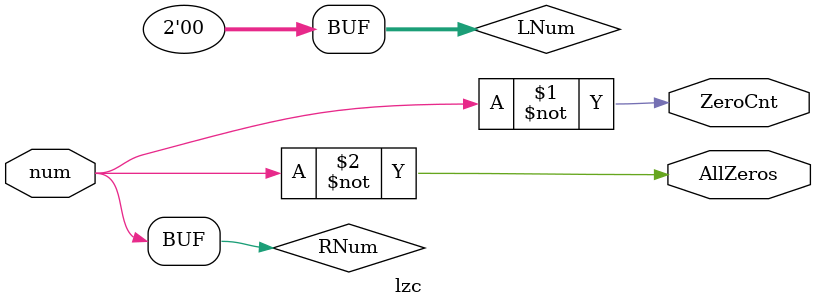
<source format=sv>

module lzc #(parameter WIDTH = 1) (
  input  logic [WIDTH-1:0]           num,     // number to count the leading zeroes of
  output logic [$clog2(WIDTH+1)-1:0] ZeroCnt, // the number of leading zeroes
  output logic                       AllZeros // Indicates the number is entirely zeroes
);

  // Use a recursive binary tree structure to avoid unsynthesizable loops
  localparam LWIDTH = 2**($clog2(WIDTH)-1); // Largest power of 2 < WIDTH
  localparam RWIDTH = WIDTH - LWIDTH; // Remaining bits
  logic [LWIDTH-1:0] LNum;
  logic [RWIDTH-1:0] RNum;
  logic [$clog2(LWIDTH+1):0] LCnt;
  logic [$clog2(RWIDTH+1):0] RCnt;
  logic LAllZeros, RAllZeros;

  assign {LNum, RNum} = num;
  generate
    if (WIDTH == 1) begin
      assign ZeroCnt = ~num;
      assign AllZeros = ~num;
    end else begin
      lzc #(LWIDTH) l_lcz (LNum, LCnt, LAllZeros);
      lzc #(RWIDTH) r_lcz (RNum, RCnt, RAllZeros);
      assign ZeroCnt = LAllZeros ? LWIDTH + RCnt: LCnt;
      assign AllZeros = LAllZeros & RAllZeros;
    end
  endgenerate

endmodule

// Below is the prior version of this module. This works with Cadence Design Compiler and AMD
// Vivado 2024.1 but other tools (yosys 0.49, Intel Quartus Prime Lite 21.1.1, Cadence Jasper
// v2024.12, and possibly others) fail to synthesize the while loop.
//
// module lzc #(parameter WIDTH = 1) (
//   input  logic [WIDTH-1:0]            num,    // number to count the leading zeroes of
//   output logic [$clog2(WIDTH+1)-1:0]  ZeroCnt // the number of leading zeroes
// );
//
//   integer i;
//
//   always_comb begin
//     i = 0;
//     while ((i < WIDTH) & ~num[WIDTH-1-i]) i = i+1;  // search for leading one
//     ZeroCnt = i[$clog2(WIDTH+1)-1:0];
//   end
// endmodule

</source>
